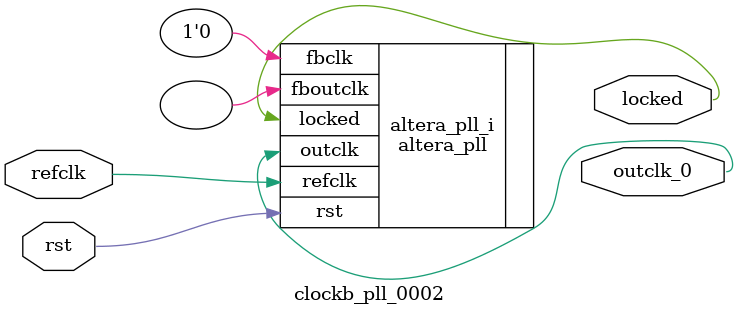
<source format=v>
`timescale 1ns/10ps
module  clockb_pll_0002(

	// interface 'refclk'
	input wire refclk,

	// interface 'reset'
	input wire rst,

	// interface 'outclk0'
	output wire outclk_0,

	// interface 'locked'
	output wire locked
);

	altera_pll #(
		.fractional_vco_multiplier("false"),
		.reference_clock_frequency("27.0 MHz"),
		.operation_mode("normal"),
		.number_of_clocks(1),
		.output_clock_frequency0("144.000000 MHz"),
		.phase_shift0("0 ps"),
		.duty_cycle0(50),
		.output_clock_frequency1("0 MHz"),
		.phase_shift1("0 ps"),
		.duty_cycle1(50),
		.output_clock_frequency2("0 MHz"),
		.phase_shift2("0 ps"),
		.duty_cycle2(50),
		.output_clock_frequency3("0 MHz"),
		.phase_shift3("0 ps"),
		.duty_cycle3(50),
		.output_clock_frequency4("0 MHz"),
		.phase_shift4("0 ps"),
		.duty_cycle4(50),
		.output_clock_frequency5("0 MHz"),
		.phase_shift5("0 ps"),
		.duty_cycle5(50),
		.output_clock_frequency6("0 MHz"),
		.phase_shift6("0 ps"),
		.duty_cycle6(50),
		.output_clock_frequency7("0 MHz"),
		.phase_shift7("0 ps"),
		.duty_cycle7(50),
		.output_clock_frequency8("0 MHz"),
		.phase_shift8("0 ps"),
		.duty_cycle8(50),
		.output_clock_frequency9("0 MHz"),
		.phase_shift9("0 ps"),
		.duty_cycle9(50),
		.output_clock_frequency10("0 MHz"),
		.phase_shift10("0 ps"),
		.duty_cycle10(50),
		.output_clock_frequency11("0 MHz"),
		.phase_shift11("0 ps"),
		.duty_cycle11(50),
		.output_clock_frequency12("0 MHz"),
		.phase_shift12("0 ps"),
		.duty_cycle12(50),
		.output_clock_frequency13("0 MHz"),
		.phase_shift13("0 ps"),
		.duty_cycle13(50),
		.output_clock_frequency14("0 MHz"),
		.phase_shift14("0 ps"),
		.duty_cycle14(50),
		.output_clock_frequency15("0 MHz"),
		.phase_shift15("0 ps"),
		.duty_cycle15(50),
		.output_clock_frequency16("0 MHz"),
		.phase_shift16("0 ps"),
		.duty_cycle16(50),
		.output_clock_frequency17("0 MHz"),
		.phase_shift17("0 ps"),
		.duty_cycle17(50),
		.pll_type("General"),
		.pll_subtype("General")
	) altera_pll_i (
		.rst	(rst),
		.outclk	({outclk_0}),
		.locked	(locked),
		.fboutclk	( ),
		.fbclk	(1'b0),
		.refclk	(refclk)
	);
endmodule


</source>
